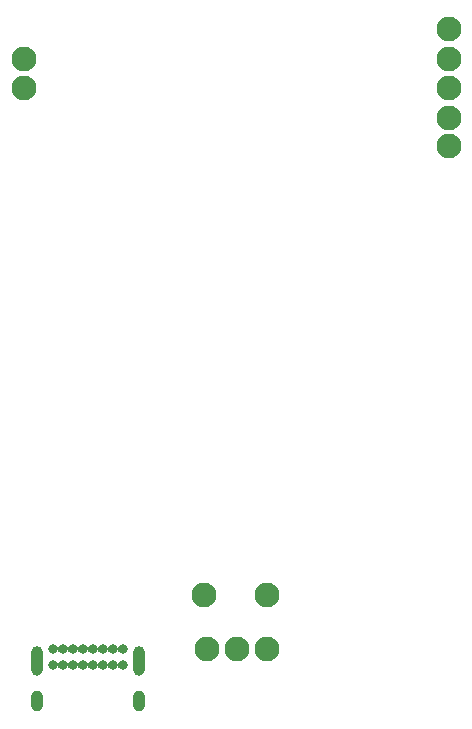
<source format=gbr>
G04 #@! TF.GenerationSoftware,KiCad,Pcbnew,5.1.7-a382d34a8~87~ubuntu18.04.1*
G04 #@! TF.CreationDate,2020-11-02T16:56:13+01:00*
G04 #@! TF.ProjectId,debug_station,64656275-675f-4737-9461-74696f6e2e6b,rev?*
G04 #@! TF.SameCoordinates,Original*
G04 #@! TF.FileFunction,Soldermask,Bot*
G04 #@! TF.FilePolarity,Negative*
%FSLAX46Y46*%
G04 Gerber Fmt 4.6, Leading zero omitted, Abs format (unit mm)*
G04 Created by KiCad (PCBNEW 5.1.7-a382d34a8~87~ubuntu18.04.1) date 2020-11-02 16:56:13*
%MOMM*%
%LPD*%
G01*
G04 APERTURE LIST*
%ADD10C,2.102000*%
%ADD11O,1.002000X1.802000*%
%ADD12O,1.002000X2.502000*%
%ADD13C,0.802000*%
%ADD14C,0.100000*%
G04 APERTURE END LIST*
D10*
X34500000Y-192000000D03*
X37100000Y-192000000D03*
X55000000Y-139500000D03*
X39600000Y-187400000D03*
X34250000Y-187400000D03*
X39600000Y-192000000D03*
X19000000Y-142000000D03*
X19000000Y-144500000D03*
X55000000Y-142000000D03*
X55000000Y-144500000D03*
X55000000Y-149400000D03*
X55000000Y-147000000D03*
D11*
X28800000Y-196360000D03*
X20150000Y-196360000D03*
D12*
X28800000Y-192980000D03*
X20150000Y-192980000D03*
D13*
X24900000Y-193350000D03*
X27450000Y-193350000D03*
X26600000Y-193350000D03*
X25750000Y-193350000D03*
X21500000Y-193350000D03*
X23200000Y-193350000D03*
X24050000Y-193350000D03*
X22350000Y-193350000D03*
X27450000Y-192000000D03*
X26600000Y-192000000D03*
X25750000Y-192000000D03*
X24900000Y-192000000D03*
X24050000Y-192000000D03*
X23200000Y-192000000D03*
X22350000Y-192000000D03*
X21500000Y-192000000D03*
D14*
G36*
X25226509Y-193116767D02*
G01*
X25238033Y-193130810D01*
X25256670Y-193146105D01*
X25277934Y-193157470D01*
X25301009Y-193164470D01*
X25325000Y-193166833D01*
X25348991Y-193164470D01*
X25372066Y-193157470D01*
X25393330Y-193146105D01*
X25411967Y-193130810D01*
X25423491Y-193116767D01*
X25425363Y-193116063D01*
X25426909Y-193117331D01*
X25426700Y-193119147D01*
X25398123Y-193161917D01*
X25368191Y-193234178D01*
X25352931Y-193310894D01*
X25352931Y-193389106D01*
X25368191Y-193465822D01*
X25398123Y-193538083D01*
X25426700Y-193580853D01*
X25426831Y-193582849D01*
X25425168Y-193583960D01*
X25423491Y-193583233D01*
X25411967Y-193569190D01*
X25393330Y-193553895D01*
X25372066Y-193542530D01*
X25348991Y-193535530D01*
X25325000Y-193533167D01*
X25301009Y-193535530D01*
X25277934Y-193542530D01*
X25256670Y-193553895D01*
X25238033Y-193569190D01*
X25226509Y-193583233D01*
X25224637Y-193583937D01*
X25223091Y-193582669D01*
X25223300Y-193580853D01*
X25251877Y-193538083D01*
X25281809Y-193465822D01*
X25297069Y-193389106D01*
X25297069Y-193310894D01*
X25281809Y-193234178D01*
X25251877Y-193161917D01*
X25223300Y-193119147D01*
X25223169Y-193117151D01*
X25224832Y-193116040D01*
X25226509Y-193116767D01*
G37*
G36*
X22676509Y-193116767D02*
G01*
X22688033Y-193130810D01*
X22706670Y-193146105D01*
X22727934Y-193157470D01*
X22751009Y-193164470D01*
X22775000Y-193166833D01*
X22798991Y-193164470D01*
X22822066Y-193157470D01*
X22843330Y-193146105D01*
X22861967Y-193130810D01*
X22873491Y-193116767D01*
X22875363Y-193116063D01*
X22876909Y-193117331D01*
X22876700Y-193119147D01*
X22848123Y-193161917D01*
X22818191Y-193234178D01*
X22802931Y-193310894D01*
X22802931Y-193389106D01*
X22818191Y-193465822D01*
X22848123Y-193538083D01*
X22876700Y-193580853D01*
X22876831Y-193582849D01*
X22875168Y-193583960D01*
X22873491Y-193583233D01*
X22861967Y-193569190D01*
X22843330Y-193553895D01*
X22822066Y-193542530D01*
X22798991Y-193535530D01*
X22775000Y-193533167D01*
X22751009Y-193535530D01*
X22727934Y-193542530D01*
X22706670Y-193553895D01*
X22688033Y-193569190D01*
X22676509Y-193583233D01*
X22674637Y-193583937D01*
X22673091Y-193582669D01*
X22673300Y-193580853D01*
X22701877Y-193538083D01*
X22731809Y-193465822D01*
X22747069Y-193389106D01*
X22747069Y-193310894D01*
X22731809Y-193234178D01*
X22701877Y-193161917D01*
X22673300Y-193119147D01*
X22673169Y-193117151D01*
X22674832Y-193116040D01*
X22676509Y-193116767D01*
G37*
G36*
X26076509Y-193116767D02*
G01*
X26088033Y-193130810D01*
X26106670Y-193146105D01*
X26127934Y-193157470D01*
X26151009Y-193164470D01*
X26175000Y-193166833D01*
X26198991Y-193164470D01*
X26222066Y-193157470D01*
X26243330Y-193146105D01*
X26261967Y-193130810D01*
X26273491Y-193116767D01*
X26275363Y-193116063D01*
X26276909Y-193117331D01*
X26276700Y-193119147D01*
X26248123Y-193161917D01*
X26218191Y-193234178D01*
X26202931Y-193310894D01*
X26202931Y-193389106D01*
X26218191Y-193465822D01*
X26248123Y-193538083D01*
X26276700Y-193580853D01*
X26276831Y-193582849D01*
X26275168Y-193583960D01*
X26273491Y-193583233D01*
X26261967Y-193569190D01*
X26243330Y-193553895D01*
X26222066Y-193542530D01*
X26198991Y-193535530D01*
X26175000Y-193533167D01*
X26151009Y-193535530D01*
X26127934Y-193542530D01*
X26106670Y-193553895D01*
X26088033Y-193569190D01*
X26076509Y-193583233D01*
X26074637Y-193583937D01*
X26073091Y-193582669D01*
X26073300Y-193580853D01*
X26101877Y-193538083D01*
X26131809Y-193465822D01*
X26147069Y-193389106D01*
X26147069Y-193310894D01*
X26131809Y-193234178D01*
X26101877Y-193161917D01*
X26073300Y-193119147D01*
X26073169Y-193117151D01*
X26074832Y-193116040D01*
X26076509Y-193116767D01*
G37*
G36*
X23526509Y-193116767D02*
G01*
X23538033Y-193130810D01*
X23556670Y-193146105D01*
X23577934Y-193157470D01*
X23601009Y-193164470D01*
X23625000Y-193166833D01*
X23648991Y-193164470D01*
X23672066Y-193157470D01*
X23693330Y-193146105D01*
X23711967Y-193130810D01*
X23723491Y-193116767D01*
X23725363Y-193116063D01*
X23726909Y-193117331D01*
X23726700Y-193119147D01*
X23698123Y-193161917D01*
X23668191Y-193234178D01*
X23652931Y-193310894D01*
X23652931Y-193389106D01*
X23668191Y-193465822D01*
X23698123Y-193538083D01*
X23726700Y-193580853D01*
X23726831Y-193582849D01*
X23725168Y-193583960D01*
X23723491Y-193583233D01*
X23711967Y-193569190D01*
X23693330Y-193553895D01*
X23672066Y-193542530D01*
X23648991Y-193535530D01*
X23625000Y-193533167D01*
X23601009Y-193535530D01*
X23577934Y-193542530D01*
X23556670Y-193553895D01*
X23538033Y-193569190D01*
X23526509Y-193583233D01*
X23524637Y-193583937D01*
X23523091Y-193582669D01*
X23523300Y-193580853D01*
X23551877Y-193538083D01*
X23581809Y-193465822D01*
X23597069Y-193389106D01*
X23597069Y-193310894D01*
X23581809Y-193234178D01*
X23551877Y-193161917D01*
X23523300Y-193119147D01*
X23523169Y-193117151D01*
X23524832Y-193116040D01*
X23526509Y-193116767D01*
G37*
G36*
X24376509Y-193116767D02*
G01*
X24388033Y-193130810D01*
X24406670Y-193146105D01*
X24427934Y-193157470D01*
X24451009Y-193164470D01*
X24475000Y-193166833D01*
X24498991Y-193164470D01*
X24522066Y-193157470D01*
X24543330Y-193146105D01*
X24561967Y-193130810D01*
X24573491Y-193116767D01*
X24575363Y-193116063D01*
X24576909Y-193117331D01*
X24576700Y-193119147D01*
X24548123Y-193161917D01*
X24518191Y-193234178D01*
X24502931Y-193310894D01*
X24502931Y-193389106D01*
X24518191Y-193465822D01*
X24548123Y-193538083D01*
X24576700Y-193580853D01*
X24576831Y-193582849D01*
X24575168Y-193583960D01*
X24573491Y-193583233D01*
X24561967Y-193569190D01*
X24543330Y-193553895D01*
X24522066Y-193542530D01*
X24498991Y-193535530D01*
X24475000Y-193533167D01*
X24451009Y-193535530D01*
X24427934Y-193542530D01*
X24406670Y-193553895D01*
X24388033Y-193569190D01*
X24376509Y-193583233D01*
X24374637Y-193583937D01*
X24373091Y-193582669D01*
X24373300Y-193580853D01*
X24401877Y-193538083D01*
X24431809Y-193465822D01*
X24447069Y-193389106D01*
X24447069Y-193310894D01*
X24431809Y-193234178D01*
X24401877Y-193161917D01*
X24373300Y-193119147D01*
X24373169Y-193117151D01*
X24374832Y-193116040D01*
X24376509Y-193116767D01*
G37*
G36*
X26926509Y-193116767D02*
G01*
X26938033Y-193130810D01*
X26956670Y-193146105D01*
X26977934Y-193157470D01*
X27001009Y-193164470D01*
X27025000Y-193166833D01*
X27048991Y-193164470D01*
X27072066Y-193157470D01*
X27093330Y-193146105D01*
X27111967Y-193130810D01*
X27123491Y-193116767D01*
X27125363Y-193116063D01*
X27126909Y-193117331D01*
X27126700Y-193119147D01*
X27098123Y-193161917D01*
X27068191Y-193234178D01*
X27052931Y-193310894D01*
X27052931Y-193389106D01*
X27068191Y-193465822D01*
X27098123Y-193538083D01*
X27126700Y-193580853D01*
X27126831Y-193582849D01*
X27125168Y-193583960D01*
X27123491Y-193583233D01*
X27111967Y-193569190D01*
X27093330Y-193553895D01*
X27072066Y-193542530D01*
X27048991Y-193535530D01*
X27025000Y-193533167D01*
X27001009Y-193535530D01*
X26977934Y-193542530D01*
X26956670Y-193553895D01*
X26938033Y-193569190D01*
X26926509Y-193583233D01*
X26924637Y-193583937D01*
X26923091Y-193582669D01*
X26923300Y-193580853D01*
X26951877Y-193538083D01*
X26981809Y-193465822D01*
X26997069Y-193389106D01*
X26997069Y-193310894D01*
X26981809Y-193234178D01*
X26951877Y-193161917D01*
X26923300Y-193119147D01*
X26923169Y-193117151D01*
X26924832Y-193116040D01*
X26926509Y-193116767D01*
G37*
G36*
X21826509Y-193116767D02*
G01*
X21838033Y-193130810D01*
X21856670Y-193146105D01*
X21877934Y-193157470D01*
X21901009Y-193164470D01*
X21925000Y-193166833D01*
X21948991Y-193164470D01*
X21972066Y-193157470D01*
X21993330Y-193146105D01*
X22011967Y-193130810D01*
X22023491Y-193116767D01*
X22025363Y-193116063D01*
X22026909Y-193117331D01*
X22026700Y-193119147D01*
X21998123Y-193161917D01*
X21968191Y-193234178D01*
X21952931Y-193310894D01*
X21952931Y-193389106D01*
X21968191Y-193465822D01*
X21998123Y-193538083D01*
X22026700Y-193580853D01*
X22026831Y-193582849D01*
X22025168Y-193583960D01*
X22023491Y-193583233D01*
X22011967Y-193569190D01*
X21993330Y-193553895D01*
X21972066Y-193542530D01*
X21948991Y-193535530D01*
X21925000Y-193533167D01*
X21901009Y-193535530D01*
X21877934Y-193542530D01*
X21856670Y-193553895D01*
X21838033Y-193569190D01*
X21826509Y-193583233D01*
X21824637Y-193583937D01*
X21823091Y-193582669D01*
X21823300Y-193580853D01*
X21851877Y-193538083D01*
X21881809Y-193465822D01*
X21897069Y-193389106D01*
X21897069Y-193310894D01*
X21881809Y-193234178D01*
X21851877Y-193161917D01*
X21823300Y-193119147D01*
X21823169Y-193117151D01*
X21824832Y-193116040D01*
X21826509Y-193116767D01*
G37*
G36*
X24376509Y-191766767D02*
G01*
X24388033Y-191780810D01*
X24406670Y-191796105D01*
X24427934Y-191807470D01*
X24451009Y-191814470D01*
X24475000Y-191816833D01*
X24498991Y-191814470D01*
X24522066Y-191807470D01*
X24543330Y-191796105D01*
X24561967Y-191780810D01*
X24573491Y-191766767D01*
X24575363Y-191766063D01*
X24576909Y-191767331D01*
X24576700Y-191769147D01*
X24548123Y-191811917D01*
X24518191Y-191884178D01*
X24502931Y-191960894D01*
X24502931Y-192039106D01*
X24518191Y-192115822D01*
X24548123Y-192188083D01*
X24576700Y-192230853D01*
X24576831Y-192232849D01*
X24575168Y-192233960D01*
X24573491Y-192233233D01*
X24561967Y-192219190D01*
X24543330Y-192203895D01*
X24522066Y-192192530D01*
X24498991Y-192185530D01*
X24475000Y-192183167D01*
X24451009Y-192185530D01*
X24427934Y-192192530D01*
X24406670Y-192203895D01*
X24388033Y-192219190D01*
X24376509Y-192233233D01*
X24374637Y-192233937D01*
X24373091Y-192232669D01*
X24373300Y-192230853D01*
X24401877Y-192188083D01*
X24431809Y-192115822D01*
X24447069Y-192039106D01*
X24447069Y-191960894D01*
X24431809Y-191884178D01*
X24401877Y-191811917D01*
X24373300Y-191769147D01*
X24373169Y-191767151D01*
X24374832Y-191766040D01*
X24376509Y-191766767D01*
G37*
G36*
X21826509Y-191766767D02*
G01*
X21838033Y-191780810D01*
X21856670Y-191796105D01*
X21877934Y-191807470D01*
X21901009Y-191814470D01*
X21925000Y-191816833D01*
X21948991Y-191814470D01*
X21972066Y-191807470D01*
X21993330Y-191796105D01*
X22011967Y-191780810D01*
X22023491Y-191766767D01*
X22025363Y-191766063D01*
X22026909Y-191767331D01*
X22026700Y-191769147D01*
X21998123Y-191811917D01*
X21968191Y-191884178D01*
X21952931Y-191960894D01*
X21952931Y-192039106D01*
X21968191Y-192115822D01*
X21998123Y-192188083D01*
X22026700Y-192230853D01*
X22026831Y-192232849D01*
X22025168Y-192233960D01*
X22023491Y-192233233D01*
X22011967Y-192219190D01*
X21993330Y-192203895D01*
X21972066Y-192192530D01*
X21948991Y-192185530D01*
X21925000Y-192183167D01*
X21901009Y-192185530D01*
X21877934Y-192192530D01*
X21856670Y-192203895D01*
X21838033Y-192219190D01*
X21826509Y-192233233D01*
X21824637Y-192233937D01*
X21823091Y-192232669D01*
X21823300Y-192230853D01*
X21851877Y-192188083D01*
X21881809Y-192115822D01*
X21897069Y-192039106D01*
X21897069Y-191960894D01*
X21881809Y-191884178D01*
X21851877Y-191811917D01*
X21823300Y-191769147D01*
X21823169Y-191767151D01*
X21824832Y-191766040D01*
X21826509Y-191766767D01*
G37*
G36*
X22676509Y-191766767D02*
G01*
X22688033Y-191780810D01*
X22706670Y-191796105D01*
X22727934Y-191807470D01*
X22751009Y-191814470D01*
X22775000Y-191816833D01*
X22798991Y-191814470D01*
X22822066Y-191807470D01*
X22843330Y-191796105D01*
X22861967Y-191780810D01*
X22873491Y-191766767D01*
X22875363Y-191766063D01*
X22876909Y-191767331D01*
X22876700Y-191769147D01*
X22848123Y-191811917D01*
X22818191Y-191884178D01*
X22802931Y-191960894D01*
X22802931Y-192039106D01*
X22818191Y-192115822D01*
X22848123Y-192188083D01*
X22876700Y-192230853D01*
X22876831Y-192232849D01*
X22875168Y-192233960D01*
X22873491Y-192233233D01*
X22861967Y-192219190D01*
X22843330Y-192203895D01*
X22822066Y-192192530D01*
X22798991Y-192185530D01*
X22775000Y-192183167D01*
X22751009Y-192185530D01*
X22727934Y-192192530D01*
X22706670Y-192203895D01*
X22688033Y-192219190D01*
X22676509Y-192233233D01*
X22674637Y-192233937D01*
X22673091Y-192232669D01*
X22673300Y-192230853D01*
X22701877Y-192188083D01*
X22731809Y-192115822D01*
X22747069Y-192039106D01*
X22747069Y-191960894D01*
X22731809Y-191884178D01*
X22701877Y-191811917D01*
X22673300Y-191769147D01*
X22673169Y-191767151D01*
X22674832Y-191766040D01*
X22676509Y-191766767D01*
G37*
G36*
X26926509Y-191766767D02*
G01*
X26938033Y-191780810D01*
X26956670Y-191796105D01*
X26977934Y-191807470D01*
X27001009Y-191814470D01*
X27025000Y-191816833D01*
X27048991Y-191814470D01*
X27072066Y-191807470D01*
X27093330Y-191796105D01*
X27111967Y-191780810D01*
X27123491Y-191766767D01*
X27125363Y-191766063D01*
X27126909Y-191767331D01*
X27126700Y-191769147D01*
X27098123Y-191811917D01*
X27068191Y-191884178D01*
X27052931Y-191960894D01*
X27052931Y-192039106D01*
X27068191Y-192115822D01*
X27098123Y-192188083D01*
X27126700Y-192230853D01*
X27126831Y-192232849D01*
X27125168Y-192233960D01*
X27123491Y-192233233D01*
X27111967Y-192219190D01*
X27093330Y-192203895D01*
X27072066Y-192192530D01*
X27048991Y-192185530D01*
X27025000Y-192183167D01*
X27001009Y-192185530D01*
X26977934Y-192192530D01*
X26956670Y-192203895D01*
X26938033Y-192219190D01*
X26926509Y-192233233D01*
X26924637Y-192233937D01*
X26923091Y-192232669D01*
X26923300Y-192230853D01*
X26951877Y-192188083D01*
X26981809Y-192115822D01*
X26997069Y-192039106D01*
X26997069Y-191960894D01*
X26981809Y-191884178D01*
X26951877Y-191811917D01*
X26923300Y-191769147D01*
X26923169Y-191767151D01*
X26924832Y-191766040D01*
X26926509Y-191766767D01*
G37*
G36*
X23526509Y-191766767D02*
G01*
X23538033Y-191780810D01*
X23556670Y-191796105D01*
X23577934Y-191807470D01*
X23601009Y-191814470D01*
X23625000Y-191816833D01*
X23648991Y-191814470D01*
X23672066Y-191807470D01*
X23693330Y-191796105D01*
X23711967Y-191780810D01*
X23723491Y-191766767D01*
X23725363Y-191766063D01*
X23726909Y-191767331D01*
X23726700Y-191769147D01*
X23698123Y-191811917D01*
X23668191Y-191884178D01*
X23652931Y-191960894D01*
X23652931Y-192039106D01*
X23668191Y-192115822D01*
X23698123Y-192188083D01*
X23726700Y-192230853D01*
X23726831Y-192232849D01*
X23725168Y-192233960D01*
X23723491Y-192233233D01*
X23711967Y-192219190D01*
X23693330Y-192203895D01*
X23672066Y-192192530D01*
X23648991Y-192185530D01*
X23625000Y-192183167D01*
X23601009Y-192185530D01*
X23577934Y-192192530D01*
X23556670Y-192203895D01*
X23538033Y-192219190D01*
X23526509Y-192233233D01*
X23524637Y-192233937D01*
X23523091Y-192232669D01*
X23523300Y-192230853D01*
X23551877Y-192188083D01*
X23581809Y-192115822D01*
X23597069Y-192039106D01*
X23597069Y-191960894D01*
X23581809Y-191884178D01*
X23551877Y-191811917D01*
X23523300Y-191769147D01*
X23523169Y-191767151D01*
X23524832Y-191766040D01*
X23526509Y-191766767D01*
G37*
G36*
X26076509Y-191766767D02*
G01*
X26088033Y-191780810D01*
X26106670Y-191796105D01*
X26127934Y-191807470D01*
X26151009Y-191814470D01*
X26175000Y-191816833D01*
X26198991Y-191814470D01*
X26222066Y-191807470D01*
X26243330Y-191796105D01*
X26261967Y-191780810D01*
X26273491Y-191766767D01*
X26275363Y-191766063D01*
X26276909Y-191767331D01*
X26276700Y-191769147D01*
X26248123Y-191811917D01*
X26218191Y-191884178D01*
X26202931Y-191960894D01*
X26202931Y-192039106D01*
X26218191Y-192115822D01*
X26248123Y-192188083D01*
X26276700Y-192230853D01*
X26276831Y-192232849D01*
X26275168Y-192233960D01*
X26273491Y-192233233D01*
X26261967Y-192219190D01*
X26243330Y-192203895D01*
X26222066Y-192192530D01*
X26198991Y-192185530D01*
X26175000Y-192183167D01*
X26151009Y-192185530D01*
X26127934Y-192192530D01*
X26106670Y-192203895D01*
X26088033Y-192219190D01*
X26076509Y-192233233D01*
X26074637Y-192233937D01*
X26073091Y-192232669D01*
X26073300Y-192230853D01*
X26101877Y-192188083D01*
X26131809Y-192115822D01*
X26147069Y-192039106D01*
X26147069Y-191960894D01*
X26131809Y-191884178D01*
X26101877Y-191811917D01*
X26073300Y-191769147D01*
X26073169Y-191767151D01*
X26074832Y-191766040D01*
X26076509Y-191766767D01*
G37*
G36*
X25226509Y-191766767D02*
G01*
X25238033Y-191780810D01*
X25256670Y-191796105D01*
X25277934Y-191807470D01*
X25301009Y-191814470D01*
X25325000Y-191816833D01*
X25348991Y-191814470D01*
X25372066Y-191807470D01*
X25393330Y-191796105D01*
X25411967Y-191780810D01*
X25423491Y-191766767D01*
X25425363Y-191766063D01*
X25426909Y-191767331D01*
X25426700Y-191769147D01*
X25398123Y-191811917D01*
X25368191Y-191884178D01*
X25352931Y-191960894D01*
X25352931Y-192039106D01*
X25368191Y-192115822D01*
X25398123Y-192188083D01*
X25426700Y-192230853D01*
X25426831Y-192232849D01*
X25425168Y-192233960D01*
X25423491Y-192233233D01*
X25411967Y-192219190D01*
X25393330Y-192203895D01*
X25372066Y-192192530D01*
X25348991Y-192185530D01*
X25325000Y-192183167D01*
X25301009Y-192185530D01*
X25277934Y-192192530D01*
X25256670Y-192203895D01*
X25238033Y-192219190D01*
X25226509Y-192233233D01*
X25224637Y-192233937D01*
X25223091Y-192232669D01*
X25223300Y-192230853D01*
X25251877Y-192188083D01*
X25281809Y-192115822D01*
X25297069Y-192039106D01*
X25297069Y-191960894D01*
X25281809Y-191884178D01*
X25251877Y-191811917D01*
X25223300Y-191769147D01*
X25223169Y-191767151D01*
X25224832Y-191766040D01*
X25226509Y-191766767D01*
G37*
M02*

</source>
